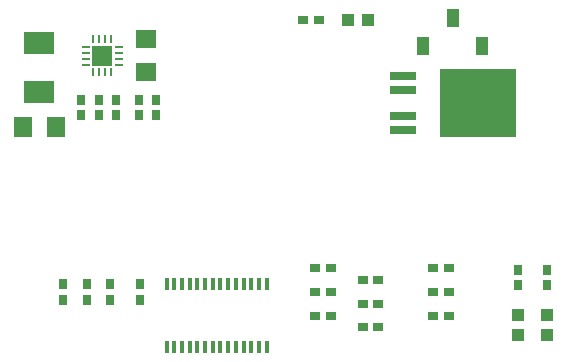
<source format=gbr>
G04 #@! TF.FileFunction,Paste,Top*
%FSLAX46Y46*%
G04 Gerber Fmt 4.6, Leading zero omitted, Abs format (unit mm)*
G04 Created by KiCad (PCBNEW 4.0.7-e2-6376~58~ubuntu16.04.1) date Tue Jul 10 13:30:19 2018*
%MOMM*%
%LPD*%
G01*
G04 APERTURE LIST*
%ADD10C,0.050000*%
%ADD11R,0.700000X0.900000*%
%ADD12R,2.500000X1.895000*%
%ADD13R,0.350000X1.000000*%
%ADD14R,1.800000X1.600000*%
%ADD15R,0.800000X0.240000*%
%ADD16R,0.240000X0.800000*%
%ADD17R,1.680000X1.680000*%
%ADD18R,1.600000X1.800000*%
%ADD19R,1.100000X1.000000*%
%ADD20R,1.000000X1.100000*%
%ADD21R,0.900000X0.700000*%
%ADD22R,2.200000X0.800000*%
%ADD23R,6.400000X5.800000*%
%ADD24R,1.000000X1.600000*%
G04 APERTURE END LIST*
D10*
D11*
X132900000Y-91750000D03*
X132900000Y-93050000D03*
X131400000Y-91750000D03*
X131400000Y-93050000D03*
X129500000Y-91750000D03*
X129500000Y-93050000D03*
X128000000Y-93050000D03*
X128000000Y-91750000D03*
X126500000Y-93050000D03*
X126500000Y-91750000D03*
D12*
X123000000Y-86952500D03*
X123000000Y-91047500D03*
D13*
X133775000Y-112700000D03*
X134425000Y-112700000D03*
X135075000Y-112700000D03*
X135725000Y-112700000D03*
X136375000Y-112700000D03*
X137025000Y-112700000D03*
X137675000Y-112700000D03*
X138325000Y-112700000D03*
X138975000Y-112700000D03*
X139625000Y-112700000D03*
X140275000Y-112700000D03*
X140925000Y-112700000D03*
X141575000Y-112700000D03*
X142225000Y-112700000D03*
X142225000Y-107300000D03*
X141575000Y-107300000D03*
X140925000Y-107300000D03*
X140275000Y-107300000D03*
X139625000Y-107300000D03*
X138975000Y-107300000D03*
X138325000Y-107300000D03*
X137675000Y-107300000D03*
X137025000Y-107300000D03*
X136375000Y-107300000D03*
X135725000Y-107300000D03*
X135075000Y-107300000D03*
X134425000Y-107300000D03*
X133775000Y-107300000D03*
D11*
X131500000Y-108650000D03*
X131500000Y-107350000D03*
X129000000Y-108650000D03*
X129000000Y-107350000D03*
X163500000Y-106100000D03*
X163500000Y-107400000D03*
D14*
X132000000Y-86600000D03*
X132000000Y-89400000D03*
D15*
X126900000Y-87250000D03*
X126900000Y-87750000D03*
X126900000Y-88250000D03*
X126900000Y-88750000D03*
D16*
X127550000Y-89400000D03*
X128050000Y-89400000D03*
X128550000Y-89400000D03*
X129050000Y-89400000D03*
D15*
X129700000Y-88750000D03*
X129700000Y-88250000D03*
X129700000Y-87750000D03*
X129700000Y-87250000D03*
D16*
X129050000Y-86600000D03*
X128550000Y-86600000D03*
X128050000Y-86600000D03*
X127550000Y-86600000D03*
D17*
X128300000Y-88000000D03*
D18*
X124400000Y-94000000D03*
X121600000Y-94000000D03*
D19*
X149150000Y-85000000D03*
X150850000Y-85000000D03*
D20*
X163500000Y-111650000D03*
X163500000Y-109950000D03*
X166000000Y-111650000D03*
X166000000Y-109950000D03*
D21*
X145350000Y-85000000D03*
X146650000Y-85000000D03*
D22*
X153800000Y-89720000D03*
X153800000Y-90860000D03*
D23*
X160100000Y-92000000D03*
D22*
X153800000Y-93140000D03*
X153800000Y-94280000D03*
D24*
X155500000Y-87200000D03*
X158000000Y-84800000D03*
X160500000Y-87200000D03*
D11*
X125000000Y-108650000D03*
X125000000Y-107350000D03*
X127000000Y-108650000D03*
X127000000Y-107350000D03*
X166000000Y-106150000D03*
X166000000Y-107450000D03*
D21*
X150350000Y-107000000D03*
X151650000Y-107000000D03*
X146350000Y-108000000D03*
X147650000Y-108000000D03*
X150350000Y-109000000D03*
X151650000Y-109000000D03*
X146350000Y-110000000D03*
X147650000Y-110000000D03*
X150350000Y-111000000D03*
X151650000Y-111000000D03*
X156350000Y-106000000D03*
X157650000Y-106000000D03*
X156350000Y-108000000D03*
X157650000Y-108000000D03*
X156350000Y-110000000D03*
X157650000Y-110000000D03*
X147650000Y-106000000D03*
X146350000Y-106000000D03*
M02*

</source>
